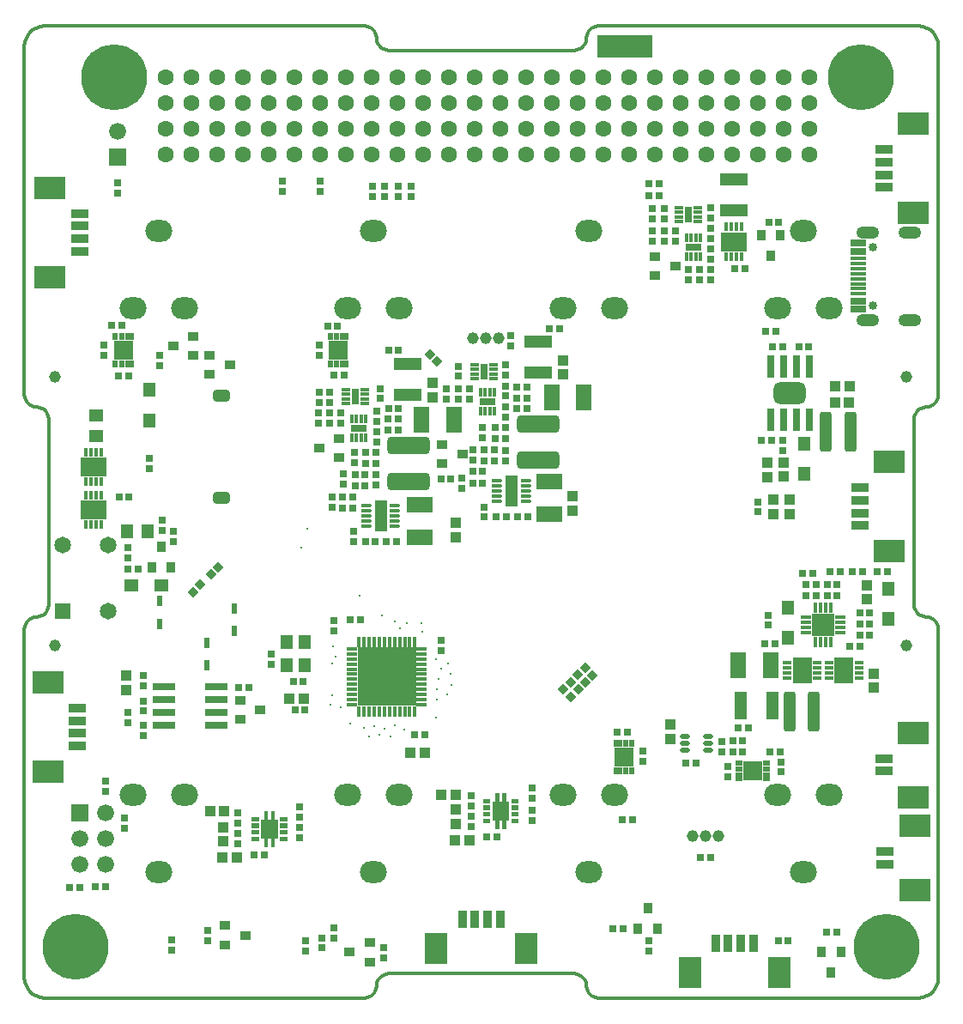
<source format=gts>
G04*
G04 #@! TF.GenerationSoftware,Altium Limited,Altium Designer,21.7.2 (23)*
G04*
G04 Layer_Color=8388736*
%FSLAX25Y25*%
%MOIN*%
G70*
G04*
G04 #@! TF.SameCoordinates,2BA94D00-C298-4741-AC1B-5A8F31098602*
G04*
G04*
G04 #@! TF.FilePolarity,Negative*
G04*
G01*
G75*
%ADD10C,0.01181*%
%ADD20R,0.21654X0.08858*%
%ADD21R,0.02953X0.02953*%
%ADD22R,0.02953X0.02953*%
%ADD23R,0.02362X0.03937*%
%ADD24R,0.03937X0.03937*%
%ADD25P,0.04176X4X180.0*%
%ADD26R,0.06890X0.03740*%
%ADD27R,0.12402X0.08858*%
%ADD28R,0.03740X0.06890*%
%ADD29R,0.08858X0.12402*%
%ADD30R,0.03937X0.03543*%
%ADD31R,0.03543X0.03937*%
%ADD32R,0.09055X0.02756*%
%ADD33R,0.09055X0.02756*%
%ADD34R,0.06299X0.02953*%
%ADD35R,0.06299X0.01772*%
%ADD36C,0.00945*%
%ADD37R,0.05709X0.05118*%
%ADD38R,0.04528X0.05512*%
%ADD39R,0.05118X0.05709*%
%ADD40R,0.10827X0.04921*%
%ADD41R,0.01791X0.03691*%
%ADD42R,0.10391X0.07491*%
%ADD43R,0.02559X0.02165*%
%ADD44R,0.02559X0.03543*%
%ADD45R,0.07677X0.07677*%
%ADD46R,0.03791X0.01691*%
%ADD47R,0.03091X0.05991*%
%ADD48R,0.01691X0.03791*%
%ADD49R,0.05991X0.03091*%
%ADD50O,0.03937X0.02165*%
G04:AMPARAMS|DCode=51|XSize=124.02mil|YSize=84.65mil|CornerRadius=22.64mil|HoleSize=0mil|Usage=FLASHONLY|Rotation=180.000|XOffset=0mil|YOffset=0mil|HoleType=Round|Shape=RoundedRectangle|*
%AMROUNDEDRECTD51*
21,1,0.12402,0.03937,0,0,180.0*
21,1,0.07874,0.08465,0,0,180.0*
1,1,0.04528,-0.03937,0.01968*
1,1,0.04528,0.03937,0.01968*
1,1,0.04528,0.03937,-0.01968*
1,1,0.04528,-0.03937,-0.01968*
%
%ADD51ROUNDEDRECTD51*%
%ADD52R,0.02756X0.09055*%
%ADD53R,0.02756X0.09055*%
G04:AMPARAMS|DCode=54|XSize=155.51mil|YSize=45.28mil|CornerRadius=8.86mil|HoleSize=0mil|Usage=FLASHONLY|Rotation=90.000|XOffset=0mil|YOffset=0mil|HoleType=Round|Shape=RoundedRectangle|*
%AMROUNDEDRECTD54*
21,1,0.15551,0.02756,0,0,90.0*
21,1,0.13780,0.04528,0,0,90.0*
1,1,0.01772,0.01378,0.06890*
1,1,0.01772,0.01378,-0.06890*
1,1,0.01772,-0.01378,-0.06890*
1,1,0.01772,-0.01378,0.06890*
%
%ADD54ROUNDEDRECTD54*%
%ADD55R,0.03937X0.03937*%
%ADD56R,0.06102X0.10039*%
G04:AMPARAMS|DCode=57|XSize=38.98mil|YSize=16.14mil|CornerRadius=4.23mil|HoleSize=0mil|Usage=FLASHONLY|Rotation=180.000|XOffset=0mil|YOffset=0mil|HoleType=Round|Shape=RoundedRectangle|*
%AMROUNDEDRECTD57*
21,1,0.03898,0.00768,0,0,180.0*
21,1,0.03051,0.01614,0,0,180.0*
1,1,0.00847,-0.01526,0.00384*
1,1,0.00847,0.01526,0.00384*
1,1,0.00847,0.01526,-0.00384*
1,1,0.00847,-0.01526,-0.00384*
%
%ADD57ROUNDEDRECTD57*%
%ADD58R,0.04724X0.12441*%
G04:AMPARAMS|DCode=59|XSize=163.39mil|YSize=64.96mil|CornerRadius=11.81mil|HoleSize=0mil|Usage=FLASHONLY|Rotation=0.000|XOffset=0mil|YOffset=0mil|HoleType=Round|Shape=RoundedRectangle|*
%AMROUNDEDRECTD59*
21,1,0.16339,0.04134,0,0,0.0*
21,1,0.13976,0.06496,0,0,0.0*
1,1,0.02362,0.06988,-0.02067*
1,1,0.02362,-0.06988,-0.02067*
1,1,0.02362,-0.06988,0.02067*
1,1,0.02362,0.06988,0.02067*
%
%ADD59ROUNDEDRECTD59*%
%ADD60R,0.10039X0.06102*%
%ADD61P,0.04176X4X270.0*%
%ADD62R,0.04921X0.10827*%
G04:AMPARAMS|DCode=63|XSize=39.76mil|YSize=16.14mil|CornerRadius=4.23mil|HoleSize=0mil|Usage=FLASHONLY|Rotation=180.000|XOffset=0mil|YOffset=0mil|HoleType=Round|Shape=RoundedRectangle|*
%AMROUNDEDRECTD63*
21,1,0.03976,0.00768,0,0,180.0*
21,1,0.03130,0.01614,0,0,180.0*
1,1,0.00847,-0.01565,0.00384*
1,1,0.00847,0.01565,0.00384*
1,1,0.00847,0.01565,-0.00384*
1,1,0.00847,-0.01565,-0.00384*
%
%ADD63ROUNDEDRECTD63*%
%ADD64R,0.03691X0.01791*%
%ADD65R,0.07491X0.10391*%
%ADD66R,0.04724X0.05709*%
G04:AMPARAMS|DCode=67|XSize=40.16mil|YSize=16.54mil|CornerRadius=4.28mil|HoleSize=0mil|Usage=FLASHONLY|Rotation=90.000|XOffset=0mil|YOffset=0mil|HoleType=Round|Shape=RoundedRectangle|*
%AMROUNDEDRECTD67*
21,1,0.04016,0.00797,0,0,90.0*
21,1,0.03160,0.01654,0,0,90.0*
1,1,0.00856,0.00399,0.01580*
1,1,0.00856,0.00399,-0.01580*
1,1,0.00856,-0.00399,-0.01580*
1,1,0.00856,-0.00399,0.01580*
%
%ADD67ROUNDEDRECTD67*%
G04:AMPARAMS|DCode=68|XSize=40.16mil|YSize=16.54mil|CornerRadius=4.28mil|HoleSize=0mil|Usage=FLASHONLY|Rotation=0.000|XOffset=0mil|YOffset=0mil|HoleType=Round|Shape=RoundedRectangle|*
%AMROUNDEDRECTD68*
21,1,0.04016,0.00797,0,0,0.0*
21,1,0.03160,0.01654,0,0,0.0*
1,1,0.00856,0.01580,-0.00399*
1,1,0.00856,-0.01580,-0.00399*
1,1,0.00856,-0.01580,0.00399*
1,1,0.00856,0.01580,0.00399*
%
%ADD68ROUNDEDRECTD68*%
%ADD69R,0.22638X0.22638*%
%ADD70R,0.02165X0.02559*%
%ADD71R,0.03543X0.02559*%
%ADD72R,0.07677X0.07677*%
G04:AMPARAMS|DCode=73|XSize=39.76mil|YSize=16.14mil|CornerRadius=4.23mil|HoleSize=0mil|Usage=FLASHONLY|Rotation=270.000|XOffset=0mil|YOffset=0mil|HoleType=Round|Shape=RoundedRectangle|*
%AMROUNDEDRECTD73*
21,1,0.03976,0.00768,0,0,270.0*
21,1,0.03130,0.01614,0,0,270.0*
1,1,0.00847,-0.00384,-0.01565*
1,1,0.00847,-0.00384,0.01565*
1,1,0.00847,0.00384,0.01565*
1,1,0.00847,0.00384,-0.01565*
%
%ADD73ROUNDEDRECTD73*%
%ADD74R,0.09016X0.09016*%
%ADD75R,0.05512X0.04528*%
%ADD76O,0.10433X0.08465*%
%ADD77C,0.06591*%
%ADD78R,0.06591X0.06591*%
%ADD79C,0.06299*%
%ADD80C,0.03347*%
%ADD81O,0.08858X0.04724*%
G04:AMPARAMS|DCode=82|XSize=64.96mil|YSize=45.28mil|CornerRadius=12.8mil|HoleSize=0mil|Usage=FLASHONLY|Rotation=180.000|XOffset=0mil|YOffset=0mil|HoleType=Round|Shape=RoundedRectangle|*
%AMROUNDEDRECTD82*
21,1,0.06496,0.01968,0,0,180.0*
21,1,0.03937,0.04528,0,0,180.0*
1,1,0.02559,-0.01968,0.00984*
1,1,0.02559,0.01968,0.00984*
1,1,0.02559,0.01968,-0.00984*
1,1,0.02559,-0.01968,-0.00984*
%
%ADD82ROUNDEDRECTD82*%
%ADD83C,0.04528*%
%ADD84C,0.06488*%
%ADD85R,0.06488X0.06488*%
%ADD86C,0.25591*%
G36*
X91157Y60896D02*
X88243D01*
Y62668D01*
X91157D01*
Y60896D01*
D02*
G37*
G36*
Y63455D02*
X88243D01*
Y65227D01*
X91157D01*
Y63455D01*
D02*
G37*
G36*
Y66014D02*
X88243D01*
Y67786D01*
X91157D01*
Y66014D01*
D02*
G37*
G36*
Y68573D02*
X88243D01*
Y70345D01*
X91157D01*
Y68573D01*
D02*
G37*
G36*
X97220Y69341D02*
X98440D01*
Y61900D01*
X97220D01*
Y58652D01*
X95763D01*
Y61900D01*
X94661D01*
Y58652D01*
X93204D01*
Y61900D01*
X91983D01*
Y69341D01*
X93204D01*
Y72589D01*
X94661D01*
Y69341D01*
X95763D01*
Y72589D01*
X97220D01*
Y69341D01*
D02*
G37*
G36*
X102180Y68573D02*
X99267D01*
Y70345D01*
X102180D01*
Y68573D01*
D02*
G37*
G36*
Y66014D02*
X99267D01*
Y67786D01*
X102180D01*
Y66014D01*
D02*
G37*
G36*
Y63455D02*
X99267D01*
Y65227D01*
X102180D01*
Y63455D01*
D02*
G37*
G36*
Y60896D02*
X99267D01*
Y62668D01*
X102180D01*
Y60896D01*
D02*
G37*
G36*
X191980Y75573D02*
X189067D01*
Y77345D01*
X191980D01*
Y75573D01*
D02*
G37*
G36*
X180957Y77345D02*
X180957Y75573D01*
X178043D01*
X178043Y77345D01*
X180957Y77345D01*
D02*
G37*
G36*
X180957Y73014D02*
X178043Y73014D01*
Y74786D01*
X180957D01*
Y73014D01*
D02*
G37*
G36*
X191980Y73014D02*
X189067Y73014D01*
X189067Y74786D01*
X191980D01*
X191980Y73014D01*
D02*
G37*
G36*
X191980Y70455D02*
X189067Y70455D01*
X189067Y72227D01*
X191980D01*
Y70455D01*
D02*
G37*
G36*
X180957Y72227D02*
X180957Y70455D01*
X178043Y70455D01*
X178043Y72227D01*
X180957Y72227D01*
D02*
G37*
G36*
X191980Y67896D02*
X189067D01*
Y69668D01*
X191980D01*
Y67896D01*
D02*
G37*
G36*
X180957D02*
X178043D01*
Y69668D01*
X180957D01*
Y67896D01*
D02*
G37*
G36*
X184461Y79589D02*
X184461Y76341D01*
X185563Y76341D01*
Y79589D01*
X187020Y79589D01*
Y76341D01*
X188240D01*
Y68900D01*
X187020Y68900D01*
Y65652D01*
X185563Y65652D01*
Y68900D01*
X184461D01*
Y65652D01*
X183004Y65652D01*
X183004Y68900D01*
X181783Y68900D01*
Y76341D01*
X183004D01*
X183004Y79589D01*
X184461Y79589D01*
D02*
G37*
D10*
X2976Y1727D02*
X4469Y789D01*
X6134Y207D01*
X7886Y10D01*
X132039D01*
X133090Y128D01*
X134089Y477D01*
X134985Y1040D01*
X135733Y1788D01*
X136296Y2684D01*
X136645Y3683D01*
X136764Y4734D01*
X136882Y5785D01*
X137231Y6784D01*
X137794Y7680D01*
X138542Y8428D01*
X139438Y8991D01*
X140437Y9340D01*
X141488Y9458D01*
X213535D01*
X214586Y9340D01*
X215585Y8991D01*
X216481Y8428D01*
X217229Y7680D01*
X217792Y6784D01*
X218141Y5785D01*
X218260Y4734D01*
X218378Y3683D01*
X218727Y2684D01*
X219290Y1788D01*
X220038Y1040D01*
X220934Y477D01*
X221933Y128D01*
X222984Y10D01*
X347138D01*
X348890Y207D01*
X350554Y789D01*
X352047Y1727D01*
X353294Y2974D01*
X354232Y4467D01*
X354814Y6131D01*
X355012Y7884D01*
Y143297D01*
X354893Y144348D01*
X354544Y145347D01*
X353981Y146242D01*
X353233Y146991D01*
X352337Y147554D01*
X351339Y147903D01*
X350287Y148021D01*
X349236Y148140D01*
X348237Y148489D01*
X347341Y149052D01*
X346593Y149800D01*
X346031Y150696D01*
X345681Y151695D01*
X345563Y152746D01*
X345563Y224793D01*
X345681Y225844D01*
X346031Y226843D01*
X346593Y227739D01*
X347341Y228487D01*
X348237Y229049D01*
X349236Y229399D01*
X350287Y229517D01*
X351339Y229636D01*
X352337Y229985D01*
X353233Y230548D01*
X353981Y231296D01*
X354544Y232192D01*
X354893Y233190D01*
X355012Y234242D01*
Y369655D01*
X354814Y371407D01*
X354232Y373072D01*
X353294Y374565D01*
X352047Y375811D01*
X350554Y376749D01*
X348890Y377332D01*
X347137Y377529D01*
X222984D01*
X221933Y377411D01*
X220934Y377061D01*
X220038Y376499D01*
X219290Y375750D01*
X218727Y374855D01*
X218378Y373856D01*
X218260Y372805D01*
X218141Y371754D01*
X217792Y370755D01*
X217229Y369859D01*
X216481Y369111D01*
X215585Y368548D01*
X214586Y368199D01*
X213535Y368080D01*
X141488Y368080D01*
X140437Y368199D01*
X139438Y368548D01*
X138542Y369111D01*
X137794Y369859D01*
X137231Y370755D01*
X136882Y371754D01*
X136764Y372805D01*
X136645Y373856D01*
X136296Y374855D01*
X135733Y375750D01*
X134985Y376499D01*
X134089Y377061D01*
X133090Y377411D01*
X132039Y377529D01*
X7886D01*
X6134Y377332D01*
X4469Y376749D01*
X2976Y375811D01*
X1729Y374565D01*
X791Y373072D01*
X209Y371407D01*
X12Y369655D01*
Y234242D01*
X130Y233190D01*
X479Y232192D01*
X1042Y231296D01*
X1790Y230548D01*
X2686Y229985D01*
X3685Y229636D01*
X4736Y229517D01*
X5787Y229399D01*
X6786Y229049D01*
X7682Y228487D01*
X8430Y227739D01*
X8992Y226843D01*
X9342Y225844D01*
X9460Y224793D01*
Y152746D01*
X9342Y151695D01*
X8992Y150696D01*
X8430Y149800D01*
X7682Y149052D01*
X6786Y148489D01*
X5787Y148140D01*
X4736Y148021D01*
X3685Y147903D01*
X2686Y147554D01*
X1790Y146991D01*
X1042Y146242D01*
X479Y145347D01*
X130Y144348D01*
X12Y143297D01*
Y7884D01*
X209Y6131D01*
X791Y4467D01*
X1729Y2974D01*
X2976Y1727D01*
D20*
X233268Y369587D02*
D03*
D21*
X17614Y43047D02*
D03*
X21551D02*
D03*
X27618Y43393D02*
D03*
X31555D02*
D03*
X89332Y55541D02*
D03*
X93269D02*
D03*
X108968Y112000D02*
D03*
X108320Y122831D02*
D03*
X104383D02*
D03*
X105032Y112000D02*
D03*
X87169Y120700D02*
D03*
X83232D02*
D03*
X126532Y147000D02*
D03*
X130468D02*
D03*
X151627Y102162D02*
D03*
X155564D02*
D03*
X179572Y62746D02*
D03*
X183509Y62746D02*
D03*
X228631Y26900D02*
D03*
X232569D02*
D03*
X262432Y54600D02*
D03*
X266369D02*
D03*
X292700Y22400D02*
D03*
X296637D02*
D03*
X311631Y25700D02*
D03*
X315568Y25700D02*
D03*
X293568Y95500D02*
D03*
X289632D02*
D03*
X281239Y105025D02*
D03*
X277302D02*
D03*
X278968Y99900D02*
D03*
X275031D02*
D03*
Y95500D02*
D03*
X278968D02*
D03*
X260869Y91400D02*
D03*
X256931D02*
D03*
X234237Y103400D02*
D03*
X230300D02*
D03*
X232132Y69200D02*
D03*
X236069D02*
D03*
X287531Y137500D02*
D03*
X291469D02*
D03*
X303486Y156248D02*
D03*
X307423D02*
D03*
X320602Y136596D02*
D03*
X324539D02*
D03*
X324388Y140890D02*
D03*
X328325D02*
D03*
X328325Y145190D02*
D03*
X324388D02*
D03*
Y149590D02*
D03*
X328325D02*
D03*
X335057Y165690D02*
D03*
X331120D02*
D03*
X325468Y165600D02*
D03*
X321532D02*
D03*
X316868D02*
D03*
X312931D02*
D03*
X311731Y160591D02*
D03*
X315668D02*
D03*
X315668Y156248D02*
D03*
X311731D02*
D03*
X307423Y160591D02*
D03*
X303486D02*
D03*
X302132Y165000D02*
D03*
X306068D02*
D03*
X290268Y216700D02*
D03*
X286332D02*
D03*
X300688Y252831D02*
D03*
X304625D02*
D03*
X291937Y259100D02*
D03*
X288000D02*
D03*
X290632Y252900D02*
D03*
X294568D02*
D03*
X279768Y283200D02*
D03*
X275832D02*
D03*
X289032Y301400D02*
D03*
X292969D02*
D03*
X246602Y316200D02*
D03*
X242665D02*
D03*
X242632Y311500D02*
D03*
X246568D02*
D03*
X207826Y260111D02*
D03*
X203889D02*
D03*
X195268Y237300D02*
D03*
X191332D02*
D03*
Y233100D02*
D03*
X195268D02*
D03*
X195268Y228900D02*
D03*
X191332Y228900D02*
D03*
X186826Y221512D02*
D03*
X182889D02*
D03*
X182857Y217212D02*
D03*
X186794D02*
D03*
X182494Y212912D02*
D03*
X178557D02*
D03*
X178557Y208612D02*
D03*
X182494D02*
D03*
X177994Y204512D02*
D03*
X177994Y200112D02*
D03*
X183157Y186926D02*
D03*
X187094D02*
D03*
X191498D02*
D03*
X195436D02*
D03*
X174057Y200112D02*
D03*
X174057Y204512D02*
D03*
X165668Y201500D02*
D03*
X161732D02*
D03*
X144511Y177424D02*
D03*
X140574D02*
D03*
X136347Y177374D02*
D03*
X132410D02*
D03*
X127566Y190352D02*
D03*
X123629D02*
D03*
X123634Y194540D02*
D03*
X127571D02*
D03*
X132322Y199111D02*
D03*
X132322Y203435D02*
D03*
X132541Y207719D02*
D03*
X136478D02*
D03*
X136547Y212019D02*
D03*
X132610D02*
D03*
X145267Y220600D02*
D03*
Y224800D02*
D03*
X145298Y228900D02*
D03*
X141361D02*
D03*
X141330Y224800D02*
D03*
Y220600D02*
D03*
X124021Y242003D02*
D03*
X120084D02*
D03*
X141377Y251480D02*
D03*
X145315D02*
D03*
X121672Y261082D02*
D03*
X117735D02*
D03*
X128385Y203435D02*
D03*
X128385Y199111D02*
D03*
X37769Y261300D02*
D03*
X33832D02*
D03*
X36433Y241717D02*
D03*
X40370D02*
D03*
X40676Y194530D02*
D03*
X36739D02*
D03*
X40132Y166500D02*
D03*
X44069D02*
D03*
D22*
X31600Y80431D02*
D03*
Y84368D02*
D03*
X38900Y69837D02*
D03*
Y65900D02*
D03*
X40336Y106863D02*
D03*
Y110800D02*
D03*
X46105Y111460D02*
D03*
X46200Y105968D02*
D03*
Y102032D02*
D03*
X46105Y115397D02*
D03*
X46100Y121231D02*
D03*
Y125169D02*
D03*
X40200Y171063D02*
D03*
X53400Y181532D02*
D03*
X57800Y181300D02*
D03*
Y177363D02*
D03*
X53400Y185468D02*
D03*
X48400Y205538D02*
D03*
Y209475D02*
D03*
X40200Y175000D02*
D03*
X95894Y133661D02*
D03*
Y129724D02*
D03*
X120131Y142517D02*
D03*
Y146454D02*
D03*
X161766Y135084D02*
D03*
Y139021D02*
D03*
X127878Y177351D02*
D03*
Y181288D02*
D03*
X119455Y190520D02*
D03*
Y194457D02*
D03*
X136598Y199331D02*
D03*
Y203269D02*
D03*
X136937Y216038D02*
D03*
Y219975D02*
D03*
X136837Y224038D02*
D03*
Y227975D02*
D03*
X138198Y232832D02*
D03*
Y236769D02*
D03*
X118637Y235207D02*
D03*
Y231270D02*
D03*
X118637Y227275D02*
D03*
Y223338D02*
D03*
X122937Y223338D02*
D03*
Y227275D02*
D03*
X128237Y212043D02*
D03*
X128237Y208106D02*
D03*
X123898Y203468D02*
D03*
Y199531D02*
D03*
X114237Y223338D02*
D03*
X114237Y227275D02*
D03*
X114437Y231438D02*
D03*
Y235375D02*
D03*
X114533Y249707D02*
D03*
Y253644D02*
D03*
X163900Y236499D02*
D03*
Y232562D02*
D03*
X177700Y221637D02*
D03*
Y217700D02*
D03*
X174100Y212968D02*
D03*
Y209032D02*
D03*
X169900Y201869D02*
D03*
Y197932D02*
D03*
X178526Y190781D02*
D03*
Y186844D02*
D03*
X186900Y208631D02*
D03*
X186900Y212568D02*
D03*
X186900Y225767D02*
D03*
Y229704D02*
D03*
Y233833D02*
D03*
Y237770D02*
D03*
Y241900D02*
D03*
Y245837D02*
D03*
X189000Y253331D02*
D03*
Y257269D02*
D03*
X168400Y245401D02*
D03*
Y241464D02*
D03*
Y236499D02*
D03*
Y232562D02*
D03*
X172900Y232562D02*
D03*
Y236499D02*
D03*
X244000Y293963D02*
D03*
Y297900D02*
D03*
X248500D02*
D03*
Y293963D02*
D03*
X248501Y302631D02*
D03*
X244001D02*
D03*
X258001Y282800D02*
D03*
X258001Y278863D02*
D03*
X262301Y278894D02*
D03*
X266602Y278994D02*
D03*
Y282931D02*
D03*
X266601Y286894D02*
D03*
Y290831D02*
D03*
X262301Y282832D02*
D03*
X266601Y294863D02*
D03*
Y298800D02*
D03*
Y302863D02*
D03*
X266601Y306800D02*
D03*
X253001Y297900D02*
D03*
Y293963D02*
D03*
X248501Y306569D02*
D03*
X244001Y306569D02*
D03*
X294600Y216537D02*
D03*
Y212600D02*
D03*
X284812Y192732D02*
D03*
Y188795D02*
D03*
X288800Y148737D02*
D03*
X288800Y144800D02*
D03*
X270705Y99687D02*
D03*
Y95750D02*
D03*
X273166Y89803D02*
D03*
Y85866D02*
D03*
X293727Y87786D02*
D03*
Y91723D02*
D03*
X240226Y91993D02*
D03*
Y95930D02*
D03*
X197112Y81650D02*
D03*
Y77713D02*
D03*
X197054Y73033D02*
D03*
Y69096D02*
D03*
X173412Y78550D02*
D03*
X173412Y74613D02*
D03*
X173412Y70550D02*
D03*
Y66613D02*
D03*
X139500Y19669D02*
D03*
Y15732D02*
D03*
X120200Y23332D02*
D03*
Y27268D02*
D03*
X115475Y23443D02*
D03*
Y19506D02*
D03*
X109340Y18429D02*
D03*
Y22366D02*
D03*
X106700Y62372D02*
D03*
Y66309D02*
D03*
Y70372D02*
D03*
Y74309D02*
D03*
X83000Y71909D02*
D03*
Y67972D02*
D03*
Y63941D02*
D03*
Y60004D02*
D03*
X71300Y26169D02*
D03*
Y22231D02*
D03*
X57300Y22569D02*
D03*
Y18632D02*
D03*
X242400Y18232D02*
D03*
Y22169D02*
D03*
X52600Y245563D02*
D03*
Y249500D02*
D03*
X30905Y249706D02*
D03*
Y253643D02*
D03*
X36100Y312632D02*
D03*
Y316568D02*
D03*
X100300Y313432D02*
D03*
X114900D02*
D03*
Y317369D02*
D03*
X100300D02*
D03*
X135100Y311299D02*
D03*
X139961D02*
D03*
X145300D02*
D03*
X150200D02*
D03*
Y315236D02*
D03*
X145300D02*
D03*
X139961D02*
D03*
X135100D02*
D03*
D23*
X52520Y145278D02*
D03*
Y154136D02*
D03*
X70902Y129229D02*
D03*
Y138087D02*
D03*
X81500Y142571D02*
D03*
Y151429D02*
D03*
D24*
X39455Y119758D02*
D03*
Y125270D02*
D03*
X77300Y66297D02*
D03*
Y60785D02*
D03*
X167612Y67625D02*
D03*
Y73137D02*
D03*
X250784Y100676D02*
D03*
X250784Y106188D02*
D03*
X329857Y120478D02*
D03*
Y125990D02*
D03*
X327157Y154934D02*
D03*
Y160446D02*
D03*
X294770Y202537D02*
D03*
X288470Y202437D02*
D03*
X290770Y193605D02*
D03*
X290770Y188093D02*
D03*
X297070D02*
D03*
Y193605D02*
D03*
X294770Y208049D02*
D03*
X288470Y207949D02*
D03*
X209100Y247756D02*
D03*
Y242244D02*
D03*
X167400Y184556D02*
D03*
Y179044D02*
D03*
X213006Y189311D02*
D03*
Y194823D02*
D03*
X158398Y233444D02*
D03*
Y238956D02*
D03*
D25*
X65530Y157717D02*
D03*
X72508Y164508D02*
D03*
X75292Y167292D02*
D03*
X68314Y160501D02*
D03*
X212076Y122673D02*
D03*
X209292Y119889D02*
D03*
X212247Y117030D02*
D03*
X215031Y119814D02*
D03*
X217890Y122652D02*
D03*
X220673Y125435D02*
D03*
X217775Y128321D02*
D03*
X214991Y125538D02*
D03*
D26*
X20606Y97919D02*
D03*
Y102840D02*
D03*
Y107762D02*
D03*
Y112683D02*
D03*
X21351Y289977D02*
D03*
Y294899D02*
D03*
Y299820D02*
D03*
Y304741D02*
D03*
X324591Y183518D02*
D03*
Y188439D02*
D03*
Y193361D02*
D03*
Y198282D02*
D03*
X333691Y93061D02*
D03*
Y88139D02*
D03*
X334291Y56861D02*
D03*
Y51939D02*
D03*
X333920Y314845D02*
D03*
Y319766D02*
D03*
Y324687D02*
D03*
Y329609D02*
D03*
D27*
X9189Y87880D02*
D03*
Y122722D02*
D03*
X9933Y279938D02*
D03*
Y314781D02*
D03*
X336009Y173479D02*
D03*
Y208321D02*
D03*
X345337Y304805D02*
D03*
Y339648D02*
D03*
X345109Y103100D02*
D03*
Y78100D02*
D03*
X345709Y66900D02*
D03*
Y41900D02*
D03*
D28*
X170018Y30709D02*
D03*
X174939D02*
D03*
X179861D02*
D03*
X184782D02*
D03*
X268418Y21309D02*
D03*
X273339D02*
D03*
X278261D02*
D03*
X283182D02*
D03*
D29*
X159979Y19291D02*
D03*
X194821D02*
D03*
X258379Y9891D02*
D03*
X293221D02*
D03*
D30*
X77951Y20691D02*
D03*
X77951Y28171D02*
D03*
X85825Y24431D02*
D03*
X126263Y17800D02*
D03*
X134137Y14060D02*
D03*
Y21540D02*
D03*
X91637Y112000D02*
D03*
X83763Y108260D02*
D03*
Y115740D02*
D03*
X162163Y207460D02*
D03*
X170037Y211200D02*
D03*
X162163Y214940D02*
D03*
X122300Y217280D02*
D03*
X122300Y209800D02*
D03*
X114426Y213540D02*
D03*
X79737Y245900D02*
D03*
X71863Y249640D02*
D03*
Y242160D02*
D03*
X65601Y249469D02*
D03*
Y256949D02*
D03*
X57727Y253209D02*
D03*
X244964Y280491D02*
D03*
X244964Y287972D02*
D03*
X252838Y284231D02*
D03*
D31*
X49360Y167263D02*
D03*
X56840D02*
D03*
X53100Y175137D02*
D03*
X238300Y27100D02*
D03*
X245780Y27100D02*
D03*
X242040Y34974D02*
D03*
X313300Y10063D02*
D03*
X317040Y17937D02*
D03*
X309560Y17937D02*
D03*
X289900Y288263D02*
D03*
X293640Y296137D02*
D03*
X286160D02*
D03*
D32*
X54064Y105900D02*
D03*
X74536D02*
D03*
D33*
X54064Y110900D02*
D03*
Y115900D02*
D03*
Y120900D02*
D03*
X74536Y110900D02*
D03*
Y115900D02*
D03*
Y120900D02*
D03*
D34*
X323941Y267605D02*
D03*
Y270754D02*
D03*
Y290046D02*
D03*
Y293195D02*
D03*
D35*
X323941Y273510D02*
D03*
Y275479D02*
D03*
X323941Y277447D02*
D03*
X323941Y279416D02*
D03*
Y281384D02*
D03*
X323941Y283353D02*
D03*
Y285321D02*
D03*
Y287290D02*
D03*
D36*
X107447Y175100D02*
D03*
X109771Y182379D02*
D03*
X130060Y156131D02*
D03*
X119900Y136600D02*
D03*
X120715Y132773D02*
D03*
X119433Y130033D02*
D03*
X119455Y117538D02*
D03*
X118900Y113800D02*
D03*
X122883Y113099D02*
D03*
X126410Y106710D02*
D03*
X131900Y104800D02*
D03*
X135900Y105500D02*
D03*
X139800Y104600D02*
D03*
X137900Y102200D02*
D03*
X133800Y101700D02*
D03*
X142337Y101590D02*
D03*
X143700Y106000D02*
D03*
X147400Y104200D02*
D03*
X159900Y109100D02*
D03*
X165994Y121766D02*
D03*
X165600Y125800D02*
D03*
X164432Y129895D02*
D03*
X161800Y127800D02*
D03*
X160000Y131700D02*
D03*
X160900Y123800D02*
D03*
X160200Y119900D02*
D03*
Y115800D02*
D03*
X164100Y117800D02*
D03*
X154643Y142393D02*
D03*
X154148Y145525D02*
D03*
X148596Y145578D02*
D03*
X145800Y143700D02*
D03*
X143753Y146246D02*
D03*
X138802Y148475D02*
D03*
D37*
X41394Y160400D02*
D03*
X53206Y160400D02*
D03*
D38*
X47837Y181400D02*
D03*
X39963D02*
D03*
D39*
X48400Y224394D02*
D03*
Y236206D02*
D03*
X296356Y139937D02*
D03*
Y151748D02*
D03*
X335557Y147184D02*
D03*
Y158995D02*
D03*
X302900Y203495D02*
D03*
X302900Y215305D02*
D03*
D40*
X148735Y234216D02*
D03*
Y246421D02*
D03*
X199500Y242800D02*
D03*
Y255005D02*
D03*
X275500Y305798D02*
D03*
Y318002D02*
D03*
D41*
X23959Y183819D02*
D03*
X25927Y183819D02*
D03*
X27896Y183819D02*
D03*
X29864Y183819D02*
D03*
Y195319D02*
D03*
X27896Y195319D02*
D03*
X25927D02*
D03*
X23959Y195319D02*
D03*
Y200576D02*
D03*
X25927Y200576D02*
D03*
X27896D02*
D03*
X29864Y200576D02*
D03*
Y212076D02*
D03*
X27896D02*
D03*
X25927D02*
D03*
X23959D02*
D03*
X272547Y287950D02*
D03*
X274516D02*
D03*
X276484D02*
D03*
X278453Y287950D02*
D03*
X278453Y299450D02*
D03*
X276484Y299450D02*
D03*
X274516D02*
D03*
X272547D02*
D03*
D42*
X26911Y189569D02*
D03*
Y206326D02*
D03*
X275500Y293700D02*
D03*
D43*
X277585Y88889D02*
D03*
X277585Y91251D02*
D03*
X288215D02*
D03*
X288215Y88889D02*
D03*
D44*
X277585Y85838D02*
D03*
X288215D02*
D03*
D45*
X282900Y88200D02*
D03*
D46*
X124937Y230907D02*
D03*
X132337D02*
D03*
X132337Y232706D02*
D03*
X132337Y234507D02*
D03*
Y236307D02*
D03*
X124937Y236307D02*
D03*
X124937Y234507D02*
D03*
X124937Y232706D02*
D03*
X174800Y240600D02*
D03*
Y242400D02*
D03*
X182200D02*
D03*
Y240600D02*
D03*
Y244200D02*
D03*
Y246000D02*
D03*
X174800D02*
D03*
Y244200D02*
D03*
X254201Y301631D02*
D03*
X261601D02*
D03*
Y303432D02*
D03*
X261601Y305231D02*
D03*
X261601Y307031D02*
D03*
X254201D02*
D03*
X254201Y305231D02*
D03*
X254201Y303432D02*
D03*
D47*
X128637Y233607D02*
D03*
X178500Y243300D02*
D03*
X257901Y304331D02*
D03*
D48*
X127137Y217507D02*
D03*
X128937Y217507D02*
D03*
X130737Y217507D02*
D03*
X132537Y217507D02*
D03*
Y224906D02*
D03*
X130737Y224906D02*
D03*
X128937Y224906D02*
D03*
X127137Y224906D02*
D03*
X177200Y228000D02*
D03*
X179000Y228000D02*
D03*
X180800Y228000D02*
D03*
X182600Y228000D02*
D03*
Y235400D02*
D03*
X180800Y235400D02*
D03*
X179000Y235400D02*
D03*
X177200Y235400D02*
D03*
X257101Y288032D02*
D03*
X258901Y288032D02*
D03*
X260701Y288032D02*
D03*
X262501D02*
D03*
Y295431D02*
D03*
X260701D02*
D03*
X258901Y295431D02*
D03*
X257101Y295431D02*
D03*
D49*
X129837Y221206D02*
D03*
X179900Y231700D02*
D03*
X259801Y291732D02*
D03*
D50*
X256671Y96441D02*
D03*
Y99000D02*
D03*
X265529D02*
D03*
X265529Y96441D02*
D03*
Y101559D02*
D03*
X256671Y101559D02*
D03*
D51*
X297200Y235000D02*
D03*
D52*
X304700Y224764D02*
D03*
X304700Y245236D02*
D03*
D53*
X289700Y224764D02*
D03*
X294700D02*
D03*
X299700Y224764D02*
D03*
Y245236D02*
D03*
X294700Y245236D02*
D03*
X289700Y245236D02*
D03*
D54*
X297032Y111190D02*
D03*
X306481D02*
D03*
X311300Y219900D02*
D03*
X320749D02*
D03*
D55*
X76988Y54741D02*
D03*
X82500D02*
D03*
X77556Y72641D02*
D03*
X72044D02*
D03*
X108508Y116255D02*
D03*
X102996D02*
D03*
X149855Y95272D02*
D03*
X161856Y79081D02*
D03*
X167368Y79081D02*
D03*
X155367Y95272D02*
D03*
X167200Y61381D02*
D03*
X172712D02*
D03*
X314809Y231249D02*
D03*
X320320D02*
D03*
X320461Y237538D02*
D03*
X314949Y237538D02*
D03*
D56*
X154200Y224500D02*
D03*
X166798Y224500D02*
D03*
X204701Y233200D02*
D03*
X217299D02*
D03*
X277257Y129190D02*
D03*
X289856D02*
D03*
D57*
X132700Y183330D02*
D03*
X144000Y183330D02*
D03*
Y185298D02*
D03*
Y187267D02*
D03*
Y189235D02*
D03*
Y191204D02*
D03*
X132700D02*
D03*
X132700Y189235D02*
D03*
Y187267D02*
D03*
Y185298D02*
D03*
X183426Y193075D02*
D03*
X183426Y195044D02*
D03*
X194725Y195044D02*
D03*
Y193075D02*
D03*
X194725Y197012D02*
D03*
X194725Y198981D02*
D03*
Y200949D02*
D03*
X183426D02*
D03*
X183426Y198981D02*
D03*
Y197012D02*
D03*
D58*
X138350Y187267D02*
D03*
X189076Y197012D02*
D03*
D59*
X149278Y200588D02*
D03*
Y214761D02*
D03*
X199600Y208913D02*
D03*
Y223087D02*
D03*
D60*
X153370Y178999D02*
D03*
Y191597D02*
D03*
X203952Y187955D02*
D03*
Y200554D02*
D03*
D61*
X157551Y249902D02*
D03*
X160335Y247118D02*
D03*
D62*
X278168Y113504D02*
D03*
X290372D02*
D03*
D63*
X303666Y141947D02*
D03*
Y143916D02*
D03*
Y145884D02*
D03*
Y147853D02*
D03*
X316934D02*
D03*
Y145884D02*
D03*
Y143916D02*
D03*
Y141947D02*
D03*
D64*
X296282Y124373D02*
D03*
X296282Y126341D02*
D03*
Y128310D02*
D03*
Y130278D02*
D03*
X307782Y130278D02*
D03*
Y128310D02*
D03*
Y126341D02*
D03*
X307782Y124373D02*
D03*
X312557Y124421D02*
D03*
X312557Y126390D02*
D03*
Y128358D02*
D03*
X312557Y130327D02*
D03*
X324057Y130327D02*
D03*
X324057Y128358D02*
D03*
Y126390D02*
D03*
X324057Y124421D02*
D03*
D65*
X302032Y127325D02*
D03*
X318307Y127374D02*
D03*
D66*
X101725Y129131D02*
D03*
X109009D02*
D03*
X109009Y138186D02*
D03*
X101725D02*
D03*
D67*
X129973Y111296D02*
D03*
X131942D02*
D03*
X133910D02*
D03*
X135879D02*
D03*
X137847D02*
D03*
X139816D02*
D03*
X141784D02*
D03*
X143753D02*
D03*
X145721D02*
D03*
X147690D02*
D03*
X149658D02*
D03*
X151627D02*
D03*
Y138304D02*
D03*
X149658D02*
D03*
X147690D02*
D03*
X145721D02*
D03*
X143753D02*
D03*
X141784D02*
D03*
X139816D02*
D03*
X137847D02*
D03*
X135879D02*
D03*
X133910D02*
D03*
X131942D02*
D03*
X129973D02*
D03*
D68*
X127296Y113973D02*
D03*
Y115942D02*
D03*
Y117910D02*
D03*
Y119879D02*
D03*
Y121847D02*
D03*
Y123816D02*
D03*
Y125784D02*
D03*
Y127753D02*
D03*
Y129721D02*
D03*
Y131690D02*
D03*
Y133658D02*
D03*
Y135627D02*
D03*
X154304Y123816D02*
D03*
Y121847D02*
D03*
Y119879D02*
D03*
Y117910D02*
D03*
Y115942D02*
D03*
Y113973D02*
D03*
Y125784D02*
D03*
Y127753D02*
D03*
Y129721D02*
D03*
Y131690D02*
D03*
Y133658D02*
D03*
Y135627D02*
D03*
D69*
X140800Y124800D02*
D03*
D70*
X118885Y246255D02*
D03*
X121247D02*
D03*
Y256885D02*
D03*
X118885D02*
D03*
X37688Y256910D02*
D03*
X35326Y256910D02*
D03*
Y246280D02*
D03*
X37688Y246280D02*
D03*
X233489Y99015D02*
D03*
X235851D02*
D03*
Y88385D02*
D03*
X233489D02*
D03*
D71*
X124298Y246255D02*
D03*
Y256885D02*
D03*
X40739Y256910D02*
D03*
Y246280D02*
D03*
X230438Y99015D02*
D03*
Y88385D02*
D03*
D72*
X121936Y251570D02*
D03*
X38377Y251595D02*
D03*
X232800Y93700D02*
D03*
D73*
X307347Y138266D02*
D03*
X309316D02*
D03*
X311284Y138266D02*
D03*
X313253Y138266D02*
D03*
Y151534D02*
D03*
X311284Y151534D02*
D03*
X309316D02*
D03*
X307347Y151534D02*
D03*
D74*
X310300Y144900D02*
D03*
D75*
X27908Y218252D02*
D03*
Y226126D02*
D03*
D76*
X42084Y78819D02*
D03*
X62084D02*
D03*
X52084Y48819D02*
D03*
X125612Y78819D02*
D03*
X145612D02*
D03*
X135612Y48819D02*
D03*
X209140Y78819D02*
D03*
X229140D02*
D03*
X219140Y48819D02*
D03*
X292667Y78819D02*
D03*
X312667D02*
D03*
X302667Y48819D02*
D03*
X312667Y267795D02*
D03*
X302667Y297795D02*
D03*
X292667Y267795D02*
D03*
X229140D02*
D03*
X219140Y297795D02*
D03*
X209140Y267795D02*
D03*
X145612D02*
D03*
X135612Y297795D02*
D03*
X125612Y267795D02*
D03*
X62084D02*
D03*
X52084Y297795D02*
D03*
X42084Y267795D02*
D03*
D77*
X21600Y51800D02*
D03*
X31600D02*
D03*
X31600Y61800D02*
D03*
X31600Y71800D02*
D03*
X21600Y61800D02*
D03*
X36300Y336600D02*
D03*
D78*
X21600Y71800D02*
D03*
X36300Y326600D02*
D03*
D79*
X205008Y327528D02*
D03*
X205012Y337528D02*
D03*
X215012D02*
D03*
X225012D02*
D03*
X225008Y327528D02*
D03*
X215008D02*
D03*
X235008D02*
D03*
X235012Y337528D02*
D03*
X245012D02*
D03*
X245008Y327528D02*
D03*
X255008D02*
D03*
X255012Y337528D02*
D03*
X265012D02*
D03*
X265008Y327528D02*
D03*
X275008D02*
D03*
X285008D02*
D03*
X285012Y337528D02*
D03*
X275012D02*
D03*
X295012D02*
D03*
X295008Y327528D02*
D03*
X305008D02*
D03*
X305012Y337528D02*
D03*
X304920Y347528D02*
D03*
X304924Y357528D02*
D03*
X294924D02*
D03*
X294920Y347528D02*
D03*
X284924Y357528D02*
D03*
X274924D02*
D03*
X274920Y347528D02*
D03*
X284920D02*
D03*
X264924Y357528D02*
D03*
X264920Y347528D02*
D03*
X254924Y357528D02*
D03*
X254920Y347528D02*
D03*
X244924Y357528D02*
D03*
X244920Y347528D02*
D03*
X234924Y357528D02*
D03*
X234920Y347528D02*
D03*
X224924Y357528D02*
D03*
X214924D02*
D03*
X214920Y347528D02*
D03*
X224920D02*
D03*
X204924Y357528D02*
D03*
X204920Y347528D02*
D03*
X194924Y357528D02*
D03*
X194920Y347528D02*
D03*
X195012Y337528D02*
D03*
X195008Y327528D02*
D03*
X184920Y347528D02*
D03*
X185012Y337528D02*
D03*
X185008Y327528D02*
D03*
X174920Y347528D02*
D03*
X175012Y337528D02*
D03*
X175008Y327528D02*
D03*
X164920Y347528D02*
D03*
X154920D02*
D03*
X155012Y337528D02*
D03*
X165012D02*
D03*
X165008Y327528D02*
D03*
X155008D02*
D03*
X144920Y347528D02*
D03*
X145012Y337528D02*
D03*
X145008Y327528D02*
D03*
X134920Y347528D02*
D03*
X135012Y337528D02*
D03*
X135008Y327528D02*
D03*
X124920Y347528D02*
D03*
X125012Y337528D02*
D03*
X125008Y327528D02*
D03*
X114920Y347528D02*
D03*
X115012Y337528D02*
D03*
X115008Y327528D02*
D03*
X104920Y347528D02*
D03*
X94920D02*
D03*
X95012Y337528D02*
D03*
X105012D02*
D03*
X105008Y327528D02*
D03*
X95008D02*
D03*
X84920Y347528D02*
D03*
X85012Y337528D02*
D03*
X85008Y327528D02*
D03*
X74920Y347528D02*
D03*
X75012Y337528D02*
D03*
X75008Y327528D02*
D03*
X64920Y347528D02*
D03*
X65012Y337528D02*
D03*
X65008Y327528D02*
D03*
X54920Y347528D02*
D03*
X55012Y337528D02*
D03*
X55008Y327528D02*
D03*
X74924Y357528D02*
D03*
X84924D02*
D03*
X94924D02*
D03*
X104924D02*
D03*
X114924D02*
D03*
X124924D02*
D03*
X134924D02*
D03*
X144924D02*
D03*
X154924D02*
D03*
X164924D02*
D03*
X174924D02*
D03*
X184924D02*
D03*
X64924D02*
D03*
X54924D02*
D03*
D80*
X329630Y269022D02*
D03*
Y291778D02*
D03*
D81*
X327543Y263392D02*
D03*
X344000D02*
D03*
X344000Y297408D02*
D03*
X327543D02*
D03*
D82*
X76500Y194430D02*
D03*
Y233800D02*
D03*
D83*
X11811Y136811D02*
D03*
Y241142D02*
D03*
X174100Y256400D02*
D03*
X179100D02*
D03*
X184100D02*
D03*
X342520Y136811D02*
D03*
X269594Y62958D02*
D03*
X264594D02*
D03*
X259594D02*
D03*
X342520Y241142D02*
D03*
D84*
X32600Y150400D02*
D03*
X32600Y175991D02*
D03*
X14884D02*
D03*
D85*
X14884Y150400D02*
D03*
D86*
X20012Y20009D02*
D03*
X335012D02*
D03*
X325012Y357529D02*
D03*
X35012D02*
D03*
M02*

</source>
